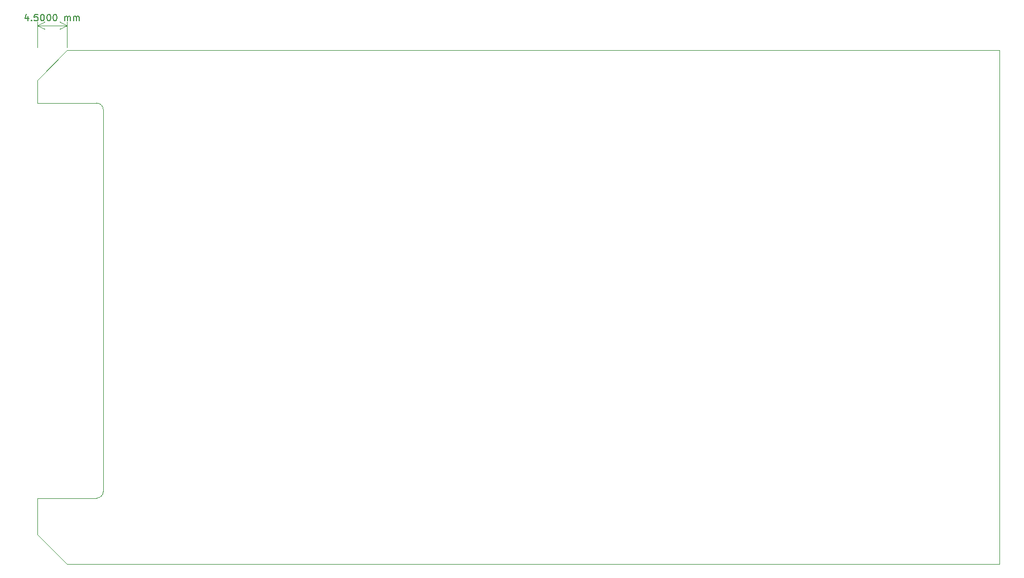
<source format=gm1>
G04 #@! TF.GenerationSoftware,KiCad,Pcbnew,7.0.11-7.0.11~ubuntu22.04.1*
G04 #@! TF.CreationDate,2024-03-05T20:24:44+00:00*
G04 #@! TF.ProjectId,balefi,62616c65-6669-42e6-9b69-6361645f7063,rev?*
G04 #@! TF.SameCoordinates,Original*
G04 #@! TF.FileFunction,Profile,NP*
%FSLAX46Y46*%
G04 Gerber Fmt 4.6, Leading zero omitted, Abs format (unit mm)*
G04 Created by KiCad (PCBNEW 7.0.11-7.0.11~ubuntu22.04.1) date 2024-03-05 20:24:44*
%MOMM*%
%LPD*%
G01*
G04 APERTURE LIST*
G04 #@! TA.AperFunction,Profile*
%ADD10C,0.100000*%
G04 #@! TD*
%ADD11C,0.150000*%
G04 APERTURE END LIST*
D10*
X0Y70000000D02*
X0Y73500000D01*
X9000000Y10000000D02*
G75*
G03*
X10000000Y11000000I0J1000000D01*
G01*
X10000000Y69000000D02*
X10000000Y11000000D01*
X146000000Y0D02*
X4500000Y0D01*
X0Y4500000D02*
X4500000Y0D01*
X0Y70000000D02*
X9000000Y70000000D01*
X4500000Y78000000D02*
X0Y73500000D01*
X0Y4500000D02*
X0Y10000000D01*
X146000000Y78000000D02*
X146000000Y0D01*
X4500000Y78000000D02*
X146000000Y78000000D01*
X9000000Y10000000D02*
X0Y10000000D01*
X10000000Y69000000D02*
G75*
G03*
X9000000Y70000000I-1000000J0D01*
G01*
D11*
X-1416667Y83161848D02*
X-1416667Y82495181D01*
X-1654762Y83542800D02*
X-1892857Y82828515D01*
X-1892857Y82828515D02*
X-1273810Y82828515D01*
X-892857Y82590420D02*
X-845238Y82542800D01*
X-845238Y82542800D02*
X-892857Y82495181D01*
X-892857Y82495181D02*
X-940476Y82542800D01*
X-940476Y82542800D02*
X-892857Y82590420D01*
X-892857Y82590420D02*
X-892857Y82495181D01*
X59523Y83495181D02*
X-416667Y83495181D01*
X-416667Y83495181D02*
X-464286Y83018991D01*
X-464286Y83018991D02*
X-416667Y83066610D01*
X-416667Y83066610D02*
X-321429Y83114229D01*
X-321429Y83114229D02*
X-83334Y83114229D01*
X-83334Y83114229D02*
X11904Y83066610D01*
X11904Y83066610D02*
X59523Y83018991D01*
X59523Y83018991D02*
X107142Y82923753D01*
X107142Y82923753D02*
X107142Y82685658D01*
X107142Y82685658D02*
X59523Y82590420D01*
X59523Y82590420D02*
X11904Y82542800D01*
X11904Y82542800D02*
X-83334Y82495181D01*
X-83334Y82495181D02*
X-321429Y82495181D01*
X-321429Y82495181D02*
X-416667Y82542800D01*
X-416667Y82542800D02*
X-464286Y82590420D01*
X726190Y83495181D02*
X821428Y83495181D01*
X821428Y83495181D02*
X916666Y83447562D01*
X916666Y83447562D02*
X964285Y83399943D01*
X964285Y83399943D02*
X1011904Y83304705D01*
X1011904Y83304705D02*
X1059523Y83114229D01*
X1059523Y83114229D02*
X1059523Y82876134D01*
X1059523Y82876134D02*
X1011904Y82685658D01*
X1011904Y82685658D02*
X964285Y82590420D01*
X964285Y82590420D02*
X916666Y82542800D01*
X916666Y82542800D02*
X821428Y82495181D01*
X821428Y82495181D02*
X726190Y82495181D01*
X726190Y82495181D02*
X630952Y82542800D01*
X630952Y82542800D02*
X583333Y82590420D01*
X583333Y82590420D02*
X535714Y82685658D01*
X535714Y82685658D02*
X488095Y82876134D01*
X488095Y82876134D02*
X488095Y83114229D01*
X488095Y83114229D02*
X535714Y83304705D01*
X535714Y83304705D02*
X583333Y83399943D01*
X583333Y83399943D02*
X630952Y83447562D01*
X630952Y83447562D02*
X726190Y83495181D01*
X1678571Y83495181D02*
X1773809Y83495181D01*
X1773809Y83495181D02*
X1869047Y83447562D01*
X1869047Y83447562D02*
X1916666Y83399943D01*
X1916666Y83399943D02*
X1964285Y83304705D01*
X1964285Y83304705D02*
X2011904Y83114229D01*
X2011904Y83114229D02*
X2011904Y82876134D01*
X2011904Y82876134D02*
X1964285Y82685658D01*
X1964285Y82685658D02*
X1916666Y82590420D01*
X1916666Y82590420D02*
X1869047Y82542800D01*
X1869047Y82542800D02*
X1773809Y82495181D01*
X1773809Y82495181D02*
X1678571Y82495181D01*
X1678571Y82495181D02*
X1583333Y82542800D01*
X1583333Y82542800D02*
X1535714Y82590420D01*
X1535714Y82590420D02*
X1488095Y82685658D01*
X1488095Y82685658D02*
X1440476Y82876134D01*
X1440476Y82876134D02*
X1440476Y83114229D01*
X1440476Y83114229D02*
X1488095Y83304705D01*
X1488095Y83304705D02*
X1535714Y83399943D01*
X1535714Y83399943D02*
X1583333Y83447562D01*
X1583333Y83447562D02*
X1678571Y83495181D01*
X2630952Y83495181D02*
X2726190Y83495181D01*
X2726190Y83495181D02*
X2821428Y83447562D01*
X2821428Y83447562D02*
X2869047Y83399943D01*
X2869047Y83399943D02*
X2916666Y83304705D01*
X2916666Y83304705D02*
X2964285Y83114229D01*
X2964285Y83114229D02*
X2964285Y82876134D01*
X2964285Y82876134D02*
X2916666Y82685658D01*
X2916666Y82685658D02*
X2869047Y82590420D01*
X2869047Y82590420D02*
X2821428Y82542800D01*
X2821428Y82542800D02*
X2726190Y82495181D01*
X2726190Y82495181D02*
X2630952Y82495181D01*
X2630952Y82495181D02*
X2535714Y82542800D01*
X2535714Y82542800D02*
X2488095Y82590420D01*
X2488095Y82590420D02*
X2440476Y82685658D01*
X2440476Y82685658D02*
X2392857Y82876134D01*
X2392857Y82876134D02*
X2392857Y83114229D01*
X2392857Y83114229D02*
X2440476Y83304705D01*
X2440476Y83304705D02*
X2488095Y83399943D01*
X2488095Y83399943D02*
X2535714Y83447562D01*
X2535714Y83447562D02*
X2630952Y83495181D01*
X4154762Y82495181D02*
X4154762Y83161848D01*
X4154762Y83066610D02*
X4202381Y83114229D01*
X4202381Y83114229D02*
X4297619Y83161848D01*
X4297619Y83161848D02*
X4440476Y83161848D01*
X4440476Y83161848D02*
X4535714Y83114229D01*
X4535714Y83114229D02*
X4583333Y83018991D01*
X4583333Y83018991D02*
X4583333Y82495181D01*
X4583333Y83018991D02*
X4630952Y83114229D01*
X4630952Y83114229D02*
X4726190Y83161848D01*
X4726190Y83161848D02*
X4869047Y83161848D01*
X4869047Y83161848D02*
X4964286Y83114229D01*
X4964286Y83114229D02*
X5011905Y83018991D01*
X5011905Y83018991D02*
X5011905Y82495181D01*
X5488095Y82495181D02*
X5488095Y83161848D01*
X5488095Y83066610D02*
X5535714Y83114229D01*
X5535714Y83114229D02*
X5630952Y83161848D01*
X5630952Y83161848D02*
X5773809Y83161848D01*
X5773809Y83161848D02*
X5869047Y83114229D01*
X5869047Y83114229D02*
X5916666Y83018991D01*
X5916666Y83018991D02*
X5916666Y82495181D01*
X5916666Y83018991D02*
X5964285Y83114229D01*
X5964285Y83114229D02*
X6059523Y83161848D01*
X6059523Y83161848D02*
X6202380Y83161848D01*
X6202380Y83161848D02*
X6297619Y83114229D01*
X6297619Y83114229D02*
X6345238Y83018991D01*
X6345238Y83018991D02*
X6345238Y82495181D01*
D10*
X0Y78500000D02*
X0Y82386420D01*
X4500000Y82386420D02*
X4500000Y78500000D01*
X0Y81800000D02*
X4500000Y81800000D01*
X0Y81800000D02*
X4500000Y81800000D01*
X0Y81800000D02*
X1126504Y82386421D01*
X0Y81800000D02*
X1126504Y81213579D01*
X4500000Y81800000D02*
X3373496Y81213579D01*
X4500000Y81800000D02*
X3373496Y82386421D01*
M02*

</source>
